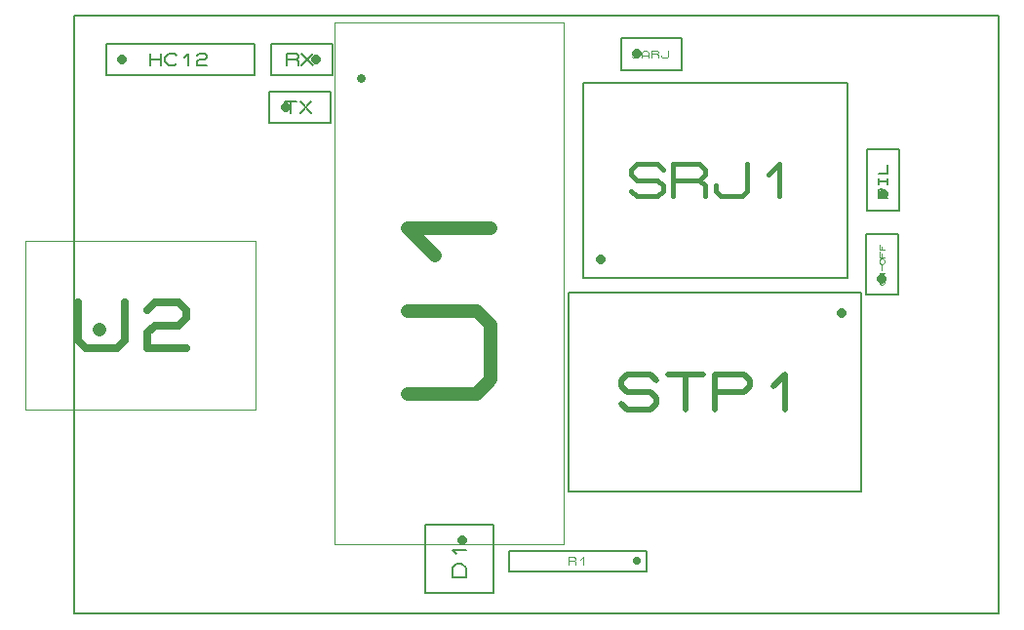
<source format=gbr>
G04 PROTEUS GERBER X2 FILE*
%TF.GenerationSoftware,Labcenter,Proteus,8.9-SP0-Build27865*%
%TF.CreationDate,2021-05-25T10:57:55+00:00*%
%TF.FileFunction,AssemblyDrawing,Top*%
%TF.FilePolarity,Positive*%
%TF.Part,Single*%
%TF.SameCoordinates,{e29b0117-a318-4933-b090-4e5cc44ef503}*%
%FSLAX45Y45*%
%MOMM*%
G01*
%TA.AperFunction,Profile*%
%ADD17C,0.203200*%
%TA.AperFunction,Material*%
%ADD70C,0.100000*%
%ADD27C,0.762000*%
%ADD28C,1.200000*%
%ADD29C,1.184000*%
%ADD72C,0.669330*%
%ADD71C,0.203200*%
%ADD73C,0.812800*%
%ADD30C,0.164590*%
%ADD31C,0.458060*%
%ADD32C,0.508060*%
%ADD33C,0.132080*%
%ADD34C,0.105660*%
%ADD35C,0.075470*%
%ADD36C,0.711200*%
%ADD37C,0.106680*%
%ADD38C,0.197270*%
%TD.AperFunction*%
D17*
X-4200000Y+4070000D02*
X+3820000Y+4070000D01*
X+3820000Y+9260000D01*
X-4200000Y+9260000D01*
X-4200000Y+4070000D01*
D70*
X-1943000Y+4677000D02*
X+47000Y+4677000D01*
X+47000Y+9207000D01*
X-1943000Y+9207000D01*
X-1943000Y+4677000D01*
D27*
X-1710000Y+8720000D02*
X-1710000Y+8720000D01*
D28*
X-1308000Y+5982000D02*
X-708000Y+5982000D01*
X-588000Y+6102000D01*
X-588000Y+6582000D01*
X-708000Y+6702000D01*
X-1308000Y+6702000D01*
X-1068000Y+7182000D02*
X-1308000Y+7422000D01*
X-588000Y+7422000D01*
D70*
X-4630000Y+5842000D02*
X-2632000Y+5842000D01*
X-2632000Y+7308000D01*
X-4630000Y+7308000D01*
X-4630000Y+5842000D01*
D29*
X-3980000Y+6540000D02*
X-3980000Y+6540000D01*
D72*
X-4166466Y+6775800D02*
X-4166466Y+6441133D01*
X-4099533Y+6374200D01*
X-3831800Y+6374200D01*
X-3764867Y+6441133D01*
X-3764867Y+6775800D01*
X-3564067Y+6708867D02*
X-3497134Y+6775800D01*
X-3296334Y+6775800D01*
X-3229401Y+6708867D01*
X-3229401Y+6641933D01*
X-3296334Y+6575000D01*
X-3497134Y+6575000D01*
X-3564067Y+6508067D01*
X-3564067Y+6374200D01*
X-3229401Y+6374200D01*
D71*
X-3927160Y+8742840D02*
X-2636840Y+8742840D01*
X-2636840Y+9017160D01*
X-3927160Y+9017160D01*
X-3927160Y+8742840D01*
D73*
X-3790000Y+8880000D02*
X-3790000Y+8880000D01*
D30*
X-3545346Y+8830622D02*
X-3545346Y+8929377D01*
X-3446592Y+8929377D02*
X-3446592Y+8830622D01*
X-3545346Y+8880000D02*
X-3446592Y+8880000D01*
X-3314919Y+8847081D02*
X-3331378Y+8830622D01*
X-3380755Y+8830622D01*
X-3413673Y+8863540D01*
X-3413673Y+8896459D01*
X-3380755Y+8929377D01*
X-3331378Y+8929377D01*
X-3314919Y+8912918D01*
X-3249082Y+8896459D02*
X-3216164Y+8929377D01*
X-3216164Y+8830622D01*
X-3133868Y+8912918D02*
X-3117409Y+8929377D01*
X-3068032Y+8929377D01*
X-3051573Y+8912918D01*
X-3051573Y+8896459D01*
X-3068032Y+8880000D01*
X-3117409Y+8880000D01*
X-3133868Y+8863540D01*
X-3133868Y+8830622D01*
X-3051573Y+8830622D01*
D71*
X-2491160Y+8742840D02*
X-1962840Y+8742840D01*
X-1962840Y+9017160D01*
X-2491160Y+9017160D01*
X-2491160Y+8742840D01*
D73*
X-2100000Y+8880000D02*
X-2100000Y+8880000D01*
D30*
X-2358673Y+8830622D02*
X-2358673Y+8929377D01*
X-2276378Y+8929377D01*
X-2259919Y+8912918D01*
X-2259919Y+8896459D01*
X-2276378Y+8880000D01*
X-2358673Y+8880000D01*
X-2276378Y+8880000D02*
X-2259919Y+8863540D01*
X-2259919Y+8830622D01*
X-2227000Y+8929377D02*
X-2128246Y+8830622D01*
X-2227000Y+8830622D02*
X-2128246Y+8929377D01*
D71*
X-2507160Y+8332840D02*
X-1978840Y+8332840D01*
X-1978840Y+8607160D01*
X-2507160Y+8607160D01*
X-2507160Y+8332840D01*
D73*
X-2370000Y+8470000D02*
X-2370000Y+8470000D01*
D30*
X-2374673Y+8519377D02*
X-2275919Y+8519377D01*
X-2325296Y+8519377D02*
X-2325296Y+8420622D01*
X-2243000Y+8519377D02*
X-2144246Y+8420622D01*
X-2243000Y+8420622D02*
X-2144246Y+8519377D01*
D71*
X+219840Y+6989840D02*
X+2510160Y+6989840D01*
X+2510160Y+8680160D01*
X+219840Y+8680160D01*
X+219840Y+6989840D01*
D73*
X+370000Y+7150000D02*
X+370000Y+7150000D01*
D31*
X+632098Y+7743387D02*
X+677904Y+7697580D01*
X+861129Y+7697580D01*
X+906936Y+7743387D01*
X+906936Y+7789193D01*
X+861129Y+7835000D01*
X+677904Y+7835000D01*
X+632098Y+7880806D01*
X+632098Y+7926612D01*
X+677904Y+7972419D01*
X+861129Y+7972419D01*
X+906936Y+7926612D01*
X+998549Y+7697580D02*
X+998549Y+7972419D01*
X+1227580Y+7972419D01*
X+1273387Y+7926612D01*
X+1273387Y+7880806D01*
X+1227580Y+7835000D01*
X+998549Y+7835000D01*
X+1227580Y+7835000D02*
X+1273387Y+7789193D01*
X+1273387Y+7697580D01*
X+1365000Y+7789193D02*
X+1365000Y+7743387D01*
X+1410806Y+7697580D01*
X+1594031Y+7697580D01*
X+1639838Y+7743387D01*
X+1639838Y+7972419D01*
X+1823063Y+7880806D02*
X+1914676Y+7972419D01*
X+1914676Y+7697580D01*
D71*
X+89840Y+5129840D02*
X+2630160Y+5129840D01*
X+2630160Y+6860160D01*
X+89840Y+6860160D01*
X+89840Y+5129840D01*
D73*
X+2460000Y+6680000D02*
X+2460000Y+6680000D01*
D32*
X+547098Y+5893387D02*
X+597904Y+5842580D01*
X+801129Y+5842580D01*
X+851936Y+5893387D01*
X+851936Y+5944193D01*
X+801129Y+5995000D01*
X+597904Y+5995000D01*
X+547098Y+6045806D01*
X+547098Y+6096612D01*
X+597904Y+6147419D01*
X+801129Y+6147419D01*
X+851936Y+6096612D01*
X+953549Y+6147419D02*
X+1258387Y+6147419D01*
X+1105968Y+6147419D02*
X+1105968Y+5842580D01*
X+1360000Y+5842580D02*
X+1360000Y+6147419D01*
X+1614031Y+6147419D01*
X+1664838Y+6096612D01*
X+1664838Y+6045806D01*
X+1614031Y+5995000D01*
X+1360000Y+5995000D01*
X+1868063Y+6045806D02*
X+1969676Y+6147419D01*
X+1969676Y+5842580D01*
D71*
X+2682840Y+7572840D02*
X+2957160Y+7572840D01*
X+2957160Y+8101160D01*
X+2682840Y+8101160D01*
X+2682840Y+7572840D01*
D73*
X+2820000Y+7710000D02*
X+2820000Y+7710000D01*
D33*
X+2859624Y+7678504D02*
X+2780376Y+7678504D01*
X+2780376Y+7744544D01*
X+2793584Y+7757752D01*
X+2806792Y+7757752D01*
X+2820000Y+7744544D01*
X+2820000Y+7678504D01*
X+2780376Y+7797376D02*
X+2780376Y+7850208D01*
X+2780376Y+7823792D02*
X+2859624Y+7823792D01*
X+2859624Y+7797376D02*
X+2859624Y+7850208D01*
X+2780376Y+7889832D02*
X+2859624Y+7889832D01*
X+2859624Y+7969080D01*
D71*
X+542840Y+8792840D02*
X+1071160Y+8792840D01*
X+1071160Y+9067160D01*
X+542840Y+9067160D01*
X+542840Y+8792840D01*
D73*
X+680000Y+8930000D02*
X+680000Y+8930000D01*
D34*
X+637938Y+8908867D02*
X+648504Y+8898300D01*
X+690769Y+8898300D01*
X+701336Y+8908867D01*
X+701336Y+8919433D01*
X+690769Y+8930000D01*
X+648504Y+8930000D01*
X+637938Y+8940566D01*
X+637938Y+8951132D01*
X+648504Y+8961699D01*
X+690769Y+8961699D01*
X+701336Y+8951132D01*
X+722469Y+8898300D02*
X+722469Y+8940566D01*
X+743601Y+8961699D01*
X+764734Y+8961699D01*
X+785867Y+8940566D01*
X+785867Y+8898300D01*
X+722469Y+8919433D02*
X+785867Y+8919433D01*
X+807000Y+8898300D02*
X+807000Y+8961699D01*
X+859831Y+8961699D01*
X+870398Y+8951132D01*
X+870398Y+8940566D01*
X+859831Y+8930000D01*
X+807000Y+8930000D01*
X+859831Y+8930000D02*
X+870398Y+8919433D01*
X+870398Y+8898300D01*
X+891531Y+8919433D02*
X+891531Y+8908867D01*
X+902097Y+8898300D01*
X+944362Y+8898300D01*
X+954929Y+8908867D01*
X+954929Y+8961699D01*
D71*
X+2672840Y+6842840D02*
X+2947160Y+6842840D01*
X+2947160Y+7371160D01*
X+2672840Y+7371160D01*
X+2672840Y+6842840D01*
D73*
X+2810000Y+6980000D02*
X+2810000Y+6980000D01*
D35*
X+2802453Y+6925863D02*
X+2787358Y+6940957D01*
X+2787358Y+6956052D01*
X+2802453Y+6971147D01*
X+2817548Y+6971147D01*
X+2832643Y+6956052D01*
X+2832643Y+6940957D01*
X+2817548Y+6925863D01*
X+2802453Y+6925863D01*
X+2832643Y+6986242D02*
X+2787358Y+6986242D01*
X+2832643Y+7031526D01*
X+2787358Y+7031526D01*
X+2810000Y+7054168D02*
X+2810000Y+7091905D01*
X+2802453Y+7107000D02*
X+2787358Y+7122094D01*
X+2787358Y+7137189D01*
X+2802453Y+7152284D01*
X+2817548Y+7152284D01*
X+2832643Y+7137189D01*
X+2832643Y+7122094D01*
X+2817548Y+7107000D01*
X+2802453Y+7107000D01*
X+2832643Y+7167379D02*
X+2787358Y+7167379D01*
X+2787358Y+7212663D01*
X+2810000Y+7167379D02*
X+2810000Y+7197568D01*
X+2832643Y+7227758D02*
X+2787358Y+7227758D01*
X+2787358Y+7273042D01*
X+2810000Y+7227758D02*
X+2810000Y+7257947D01*
D71*
X-424900Y+4441100D02*
X+768900Y+4441100D01*
X+768900Y+4618900D01*
X-424900Y+4618900D01*
X-424900Y+4441100D01*
D36*
X+680000Y+4530000D02*
X+680000Y+4530000D01*
D37*
X+86656Y+4497996D02*
X+86656Y+4562004D01*
X+139996Y+4562004D01*
X+150664Y+4551336D01*
X+150664Y+4540668D01*
X+139996Y+4530000D01*
X+86656Y+4530000D01*
X+139996Y+4530000D02*
X+150664Y+4519332D01*
X+150664Y+4497996D01*
X+193336Y+4540668D02*
X+214672Y+4562004D01*
X+214672Y+4497996D01*
D71*
X-1157660Y+4250591D02*
X-565840Y+4250591D01*
X-565840Y+4842411D01*
X-1157660Y+4842411D01*
X-1157660Y+4250591D01*
D73*
X-830000Y+4705251D02*
X-830000Y+4705251D01*
D38*
X-802568Y+4388683D02*
X-920932Y+4388683D01*
X-920932Y+4467592D01*
X-881477Y+4507046D01*
X-842023Y+4507046D01*
X-802568Y+4467592D01*
X-802568Y+4388683D01*
X-881477Y+4585955D02*
X-920932Y+4625410D01*
X-802568Y+4625410D01*
M02*

</source>
